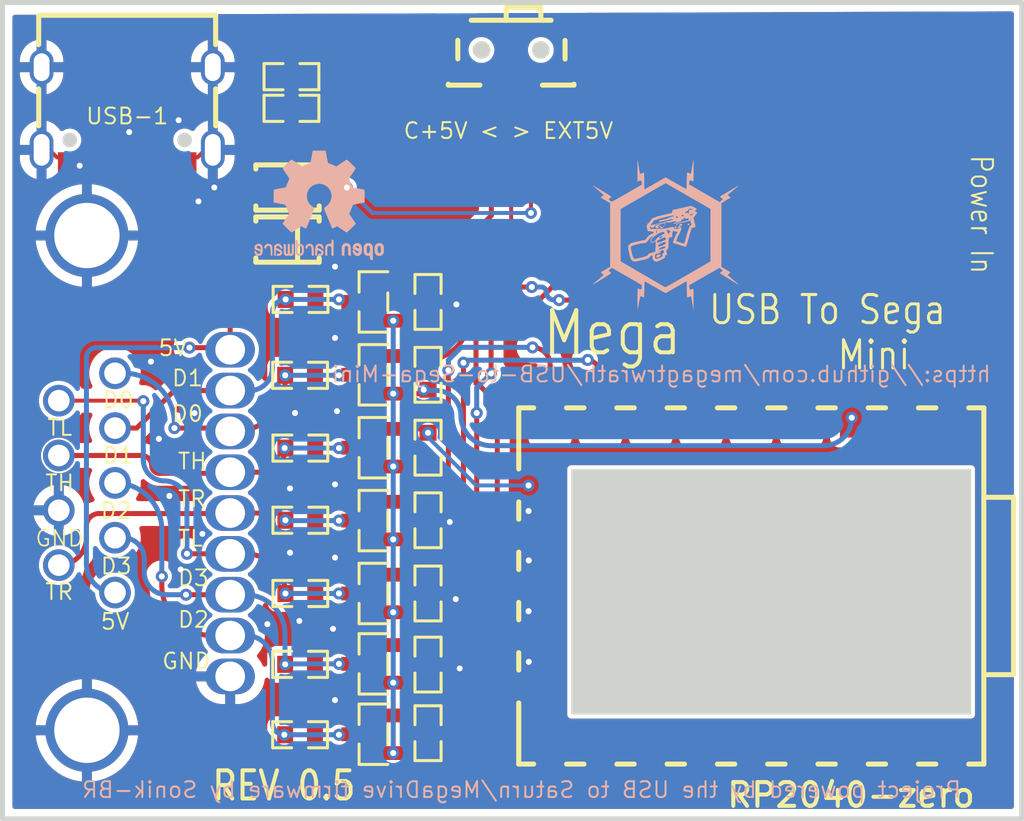
<source format=kicad_pcb>
(kicad_pcb (version 20241229) (generator "pcbnew") (generator_version "9.0")
  (layers (0 "F.Cu" signal "Top Layer") (2 "B.Cu" signal "Bottom Layer") (13 "F.Paste" user "Top Paste Mask Layer") (15 "B.Paste" user "Bottom Paste Mask Layer") (5 "F.SilkS" user "Top Silkscreen Layer") (7 "B.SilkS" user "Bottom Silkscreen Layer") (1 "F.Mask" user "Top Solder Mask Layer") (3 "B.Mask" user "Bottom Solder Mask Layer") (25 "Edge.Cuts" user "Multi-Layer"))
  (net 0 "")
  (net 1 "LO_D0")
  (net 2 "D0")
  (net 3 "LO_D1")
  (net 4 "D1")
  (net 5 "LO_D2")
  (net 6 "D2")
  (net 7 "LO_D3")
  (net 8 "D3")
  (net 9 "LO_TL")
  (net 10 "TL")
  (net 11 "LO_TR")
  (net 12 "TR")
  (net 13 "LO_TH")
  (net 14 "TH")
  (net 15 "VCC")
  (net 16 "GND")
  (net 17 "C+5V")
  (net 18 "OUT+5V")
  (net 19 "IN+5V")
  (net 20 "PICO+5V")
  (net 21 "CC1")
  (net 22 "CC2")
  (net 23 "EXT5V")
  (footprint "ProPrj_SaturnAdapter_2025-11-23:SOT-23-3_L2.9-W1.3-P1.90-LS2.4-BR" (layer "F.Cu") (at 141.242 105.748)
    (property "Reference" "Q3" (hide yes))
    (property "Value" "")
  )
  (footprint "ProPrj_SaturnAdapter_2025-11-23:R0603" (layer "F.Cu") (at 144 109.413 90)
    (property "Reference" "R7" (hide yes))
    (property "Value" "")
  )
  (footprint "ProPrj_SaturnAdapter_2025-11-23:R0603" (layer "F.Cu") (at 137.1 88.6 180)
    (property "Reference" "R16" (hide yes))
    (property "Value" "")
  )
  (footprint "ProPrj_SaturnAdapter_2025-11-23:R0603" (layer "F.Cu") (at 137.548 109.413 180)
    (property "Reference" "R8" (hide yes))
    (property "Value" "")
  )
  (footprint "ProPrj_SaturnAdapter_2025-11-23:CAP-SMD_L3.2-W1.6" (layer "F.Cu") (at 136.9 92.600114 180)
    (property "Reference" "C2" (hide yes))
    (property "Value" "")
  )
  (footprint "ProPrj_SaturnAdapter_2025-11-23:R0603" (layer "F.Cu") (at 144 113.1135 90)
    (property "Reference" "R14" (hide yes))
    (property "Value" "")
  )
  (footprint "ProPrj_SaturnAdapter_2025-11-23:SOT-23-3_L2.9-W1.3-P1.90-LS2.4-BR" (layer "F.Cu") (at 141.242 109.431)
    (property "Reference" "Q4" (hide yes))
    (property "Value" "")
  )
  (footprint "ProPrj_SaturnAdapter_2025-11-23:SATURN CONNECTOR" (layer "F.Cu") (at 134.003 109.05 90)
    (property "Reference" "U2" (hide yes))
    (property "Value" "")
  )
  (footprint "ProPrj_SaturnAdapter_2025-11-23:R0603" (layer "F.Cu") (at 137.548 113.1135 180)
    (property "Reference" "R13" (hide yes))
    (property "Value" "")
  )
  (footprint "ProPrj_SaturnAdapter_2025-11-23:SOT-23-3_L2.9-W1.3-P1.90-LS2.4-BR" (layer "F.Cu") (at 141.242 98.382)
    (property "Reference" "Q1" (hide yes))
    (property "Value" "")
  )
  (footprint "ProPrj_SaturnAdapter_2025-11-23:R0603" (layer "F.Cu") (at 144 116.706 90)
    (property "Reference" "R12" (hide yes))
    (property "Value" "")
  )
  (footprint "ProPrj_SaturnAdapter_2025-11-23:SOT-23-3_L2.9-W1.3-P1.90-LS2.4-BR" (layer "F.Cu") (at 141.242 102.065)
    (property "Reference" "Q2" (hide yes))
    (property "Value" "")
  )
  (footprint "ProPrj_SaturnAdapter_2025-11-23:R0603" (layer "F.Cu") (at 137.559 98.255 180)
    (property "Reference" "R2" (hide yes))
    (property "Value" "")
  )
  (footprint "ProPrj_SaturnAdapter_2025-11-23:COMM-SMD_RP2040-ZERO" (layer "F.Cu") (at 159.784 112.733 -90)
    (property "Reference" "U3" (hide yes))
    (property "Value" "")
    (fp_poly (pts (xy -5.9 -11.6525) (xy -5.9 8.5475) (xy 6.5 8.5475) (xy 6.5 -11.6525)) (fill yes) (layer "Edge.Cuts"))
  )
  (footprint "ProPrj_SaturnAdapter_2025-11-23:R0603" (layer "F.Cu") (at 137.5345 116.6945 180)
    (property "Reference" "R11" (hide yes))
    (property "Value" "")
  )
  (footprint "ProPrj_SaturnAdapter_2025-11-23:DSUB-TH_FDB0901-M0DB300K6KF" (layer "F.Cu") (at 126.764 107.526 -90)
    (property "Reference" "CN1" (hide yes))
    (property "Value" "")
  )
  (footprint "ProPrj_SaturnAdapter_2025-11-23:R0603" (layer "F.Cu") (at 144 102.065 90)
    (property "Reference" "R3" (hide yes))
    (property "Value" "")
  )
  (footprint "ProPrj_SaturnAdapter_2025-11-23:CAP-SMD_L3.2-W1.6" (layer "F.Cu") (at 136.8995 95.2315 180)
    (property "Reference" "C1" (hide yes))
    (property "Value" "")
  )
  (footprint "ProPrj_SaturnAdapter_2025-11-23:SOT-23-3_L2.9-W1.3-P1.90-LS2.4-BR" (layer "F.Cu") (at 141.242 120.226)
    (property "Reference" "Q5" (hide yes))
    (property "Value" "")
  )
  (footprint "ProPrj_SaturnAdapter_2025-11-23:SOT-23-3_L2.9-W1.3-P1.90-LS2.4-BR" (layer "F.Cu") (at 141.242 116.67)
    (property "Reference" "Q6" (hide yes))
    (property "Value" "")
  )
  (footprint "ProPrj_SaturnAdapter_2025-11-23:R0603" (layer "F.Cu") (at 137.548 105.767 180)
    (property "Reference" "R6" (hide yes))
    (property "Value" "")
  )
  (footprint "ProPrj_SaturnAdapter_2025-11-23:USB-C_SMD-TYPE-C-31-M-12_1" (layer "F.Cu") (at 128.8 88.9945 180)
    (property "Reference" "USB-1")
    (property "Value" "Val**" (hide yes))
    (fp_poly (pts (xy 3.271792 -1.254447) (xy 3.246455 -1.349006) (xy 3.197508 -1.433786) (xy 3.128286 -1.503008) (xy 3.043506 -1.551955) (xy 2.948947 -1.577292) (xy 2.851053 -1.577292) (xy 2.756494 -1.551955) (xy 2.671714 -1.503008) (xy 2.602492 -1.433786) (xy 2.553545 -1.349006) (xy 2.528208 -1.254447) (xy 2.528208 -1.156553) (xy 2.553545 -1.061994) (xy 2.602492 -0.977214) (xy 2.671714 -0.907992) (xy 2.756494 -0.859045) (xy 2.851053 -0.833708) (xy 2.948947 -0.833708) (xy 3.043506 -0.859045) (xy 3.128286 -0.907992) (xy 3.197508 -0.977214) (xy 3.246455 -1.061994) (xy 3.271792 -1.156553)) (fill yes) (layer "Edge.Cuts"))
    (fp_poly (pts (xy -2.528208 -1.254447) (xy -2.553545 -1.349006) (xy -2.602492 -1.433786) (xy -2.671714 -1.503008) (xy -2.756494 -1.551955) (xy -2.851053 -1.577292) (xy -2.948947 -1.577292) (xy -3.043506 -1.551955) (xy -3.128286 -1.503008) (xy -3.197508 -1.433786) (xy -3.246455 -1.349006) (xy -3.271792 -1.254447) (xy -3.271792 -1.156553) (xy -3.246455 -1.061994) (xy -3.197508 -0.977214) (xy -3.128286 -0.907992) (xy -3.043506 -0.859045) (xy -2.948947 -0.833708) (xy -2.851053 -0.833708) (xy -2.756494 -0.859045) (xy -2.671714 -0.907992) (xy -2.602492 -0.977214) (xy -2.553545 -1.061994) (xy -2.528208 -1.156553)) (fill yes) (layer "Edge.Cuts"))
  )
  (footprint "ProPrj_SaturnAdapter_2025-11-23:R0603" (layer "F.Cu") (at 144 105.7465 90)
    (property "Reference" "R5" (hide yes))
    (property "Value" "")
  )
  (footprint "ProPrj_SaturnAdapter_2025-11-23:R0603" (layer "F.Cu") (at 137.1 87 180)
    (property "Reference" "R15" (hide yes))
    (property "Value" "")
  )
  (footprint "ProPrj_SaturnAdapter_2025-11-23:R0603" (layer "F.Cu") (at 137.5345 120.2505 180)
    (property "Reference" "R9" (hide yes))
    (property "Value" "")
  )
  (footprint "ProPrj_SaturnAdapter_2025-11-23:SOT-23-3_L2.9-W1.3-P1.90-LS2.4-BR" (layer "F.Cu") (at 141.242 113.114)
    (property "Reference" "Q7" (hide yes))
    (property "Value" "")
  )
  (footprint "ProPrj_SaturnAdapter_2025-11-23:SW-SMD_MSK12CO2" (layer "F.Cu") (at 148.2 86 180)
    (property "Reference" "SW1" (hide yes))
    (property "Value" "")
    (fp_poly (pts (xy 1.94615 0.291263) (xy 1.915746 0.177792) (xy 1.857009 0.076057) (xy 1.773943 -0.007009) (xy 1.672208 -0.065746) (xy 1.558737 -0.09615) (xy 1.441263 -0.09615) (xy 1.327792 -0.065746) (xy 1.226057 -0.007009) (xy 1.142991 0.076057) (xy 1.084254 0.177792) (xy 1.05385 0.291263) (xy 1.05385 0.408737) (xy 1.084254 0.522208) (xy 1.142991 0.623943) (xy 1.226057 0.707009) (xy 1.327792 0.765746) (xy 1.441263 0.79615) (xy 1.558737 0.79615) (xy 1.672208 0.765746) (xy 1.773943 0.707009) (xy 1.857009 0.623943) (xy 1.915746 0.522208) (xy 1.94615 0.408737)) (fill yes) (layer "Edge.Cuts"))
    (fp_poly (pts (xy -1.05385 0.291263) (xy -1.084254 0.177792) (xy -1.142991 0.076057) (xy -1.226057 -0.007009) (xy -1.327792 -0.065746) (xy -1.441263 -0.09615) (xy -1.558737 -0.09615) (xy -1.672208 -0.065746) (xy -1.773943 -0.007009) (xy -1.857009 0.076057) (xy -1.915746 0.177792) (xy -1.94615 0.291263) (xy -1.94615 0.408737) (xy -1.915746 0.522208) (xy -1.857009 0.623943) (xy -1.773943 0.707009) (xy -1.672208 0.765746) (xy -1.558737 0.79615) (xy -1.441263 0.79615) (xy -1.327792 0.765746) (xy -1.226057 0.707009) (xy -1.142991 0.623943) (xy -1.084254 0.522208) (xy -1.05385 0.408737)) (fill yes) (layer "Edge.Cuts"))
  )
  (footprint "ProPrj_SaturnAdapter_2025-11-23:R0603" (layer "F.Cu") (at 144 120.1715 90)
    (property "Reference" "R10" (hide yes))
    (property "Value" "")
  )
  (footprint "ProPrj_SaturnAdapter_2025-11-23:R0603" (layer "F.Cu") (at 137.5345 102.0895 180)
    (property "Reference" "R4" (hide yes))
    (property "Value" "")
  )
  (footprint "ProPrj_SaturnAdapter_2025-11-23:R0603" (layer "F.Cu") (at 144 98.382 90)
    (property "Reference" "R1" (hide yes))
    (property "Value" "")
  )
  (footprint "ProPrj_SaturnAdapter_2025-11-23:Logo" (layer "B.Cu") (at 156 95 180)
    (property "Reference" "G***" (hide yes))
    (property "Value" "LOGO" (hide yes))
  )
  (footprint "Symbol:OSHW-Logo2_7.3x6mm_SilkScreen" (layer "B.Cu") (at 138.5 93.5 180)
    (property "Reference" "REF**" (hide yes))
    (property "Value" "OSHW-Logo2_7.3x6mm_SilkScreen" (hide yes))
  )
  (gr_rect (start 122.5 83.25325) (end 174 124.5) (stroke (width 0.254)) (fill no) (layer "Edge.Cuts"))
  (gr_text "RP2040-zero" (at 159 124 0) (layer "F.SilkS") (effects (font (size 1.2 1.219) (thickness 0.203)) (justify left bottom)))
  (gr_text "D2" (at 127.4 109.4 0) (layer "F.SilkS") (effects (font (size 0.8 0.8) (thickness 0.1)) (justify left bottom)))
  (gr_text "D2" (at 131.3 114.9 0) (layer "F.SilkS") (effects (font (size 0.8 0.8) (thickness 0.1)) (justify left bottom)))
  (gr_text "D3" (at 127.4 112.2 0) (layer "F.SilkS") (effects (font (size 0.8 0.8) (thickness 0.1)) (justify left bottom)))
  (gr_text "Mega" (at 149.7 101.2 0) (layer "F.SilkS") (effects (font (size 2.1335 1.829) (thickness 0.203)) (justify left bottom)))
  (gr_text "USB To Sega\n       Mini" (at 158.1 101.9 0) (layer "F.SilkS") (effects (font (size 1.4225 1.219) (thickness 0.152375)) (justify left bottom)))
  (gr_text "D1" (at 127.5 106.6 0) (layer "F.SilkS") (effects (font (size 0.8 0.8) (thickness 0.1015)) (justify left bottom)))
  (gr_text "D0" (at 127.5 103.8 0) (layer "F.SilkS") (effects (font (size 0.8 0.8) (thickness 0.1)) (justify left bottom)))
  (gr_text "D3" (at 131.3 112.8 0) (layer "F.SilkS") (effects (font (size 0.8 0.8) (thickness 0.1)) (justify left bottom)))
  (gr_text "5V" (at 130.32 101.176 0) (layer "F.SilkS") (effects (font (size 0.8 0.8) (thickness 0.1)) (justify left bottom)))
  (gr_text "D1" (at 131 102.7 0) (layer "F.SilkS") (effects (font (size 0.8 0.8) (thickness 0.1)) (justify left bottom)))
  (gr_text "TR" (at 124.6 113.5 0) (layer "F.SilkS") (effects (font (size 0.8 0.8) (thickness 0.1)) (justify left bottom)))
  (gr_text "C+5V < > EXT5V" (at 142.7 90.2 0) (layer "F.SilkS") (effects (font (size 0.8 0.8) (thickness 0.1)) (justify left bottom)))
  (gr_text "D0" (at 131 104.5 0) (layer "F.SilkS") (effects (font (size 0.8 0.8) (thickness 0.1)) (justify left bottom)))
  (gr_text "TH" (at 124.6 108 0) (layer "F.SilkS") (effects (font (size 0.8 0.8) (thickness 0.1)) (justify left bottom)))
  (gr_text "TR" (at 131.3 108.8 0) (layer "F.SilkS") (effects (font (size 0.8 0.8) (thickness 0.1015)) (justify left bottom)))
  (gr_text "5V" (at 127.4 115 0) (layer "F.SilkS") (effects (font (size 0.8 0.8) (thickness 0.1)) (justify left bottom)))
  (gr_text "TL" (at 131.3 110.8 0) (layer "F.SilkS") (effects (font (size 0.8 0.8) (thickness 0.1)) (justify left bottom)))
  (gr_text "REV 0.5" (at 132.987 123.655 0) (layer "F.SilkS") (effects (font (size 1.4225 1.219) (thickness 0.203)) (justify left bottom)))
  (gr_text "TL" (at 124.7 105.2 0) (layer "F.SilkS") (effects (font (size 0.8 0.8) (thickness 0.1)) (justify left bottom)))
  (gr_text "GND" (at 124.1 110.8 0) (layer "F.SilkS") (effects (font (size 0.8 0.8) (thickness 0.085) (bold yes)) (justify left bottom)))
  (gr_text "TH" (at 131.3 106.9 0) (layer "F.SilkS") (effects (font (size 0.8 0.8) (thickness 0.1)) (justify left bottom)))
  (gr_text "Power In" (at 171.341 90.889 -90) (layer "F.SilkS") (effects (font (size 1.067 0.9145) (thickness 0.1015)) (justify left bottom)))
  (gr_text "GND" (at 130.5 117 0) (layer "F.SilkS") (effects (font (size 0.8 0.8) (thickness 0.1)) (justify left bottom)))
  (gr_text "Project powered by the USB to Saturn/MegaDrive firmware by Sonik-BR" (at 171 123.5 0) (layer "B.SilkS") (effects (font (size 0.8 0.8) (thickness 0.1)) (justify left bottom mirror)))
  (gr_text "https://github.com/megagtrwrath/USB-to-Sega-Mini" (at 172.5 102.5 0) (layer "B.SilkS") (effects (font (size 0.8 0.8) (thickness 0.1)) (justify left bottom mirror)))
  (segment (start 146.9325 98.2795) (end 149.6205 98.2795) (width 0.254) (layer "F.Cu") (net 1))
  (segment (start 161.3 97) (end 162.869 98.569) (width 0.254) (layer "F.Cu") (net 1))
  (segment (start 149.6205 98.2795) (end 150.9 97) (width 0.254) (layer "F.Cu") (net 1))
  (segment (start 143.782 101.3115) (end 143.9005 101.3115) (width 0.254) (layer "F.Cu") (net 1))
  (segment (start 150.9 97) (end 161.3 97) (width 0.254) (layer "F.Cu") (net 1))
  (segment (start 142.242 101.115) (end 143.5855 101.115) (width 0.254) (layer "F.Cu") (net 1))
  (segment (start 162.869 98.569) (end 162.869 104.233) (width 0.254) (layer "F.Cu") (net 1))
  (arc (start 146.068 99.144) (mid 146.321206 98.532706) (end 146.9325 98.2795) (width 0.254) (layer "F.Cu") (net 1))
  (arc (start 143.9005 101.3115) (mid 145.433154 100.676654) (end 146.068 99.144) (width 0.254) (layer "F.Cu") (net 1))
  (arc (start 143.5855 101.115) (mid 143.724446 101.172554) (end 143.782 101.3115) (width 0.254) (layer "F.Cu") (net 1))
  (segment (start 139.5245 102.065) (end 139.5 102.0895) (width 0.2) (layer "F.Cu") (net 2))
  (segment (start 131.1845 104.7565) (end 133.8355 104.7565) (width 0.254) (layer "F.Cu") (net 2))
  (segment (start 140.242 102.065) (end 139.5245 102.065) (width 0.2) (layer "F.Cu") (net 2))
  (segment (start 134.003 104.924) (end 134.241 104.924) (width 0.254) (layer "F.Cu") (net 2))
  (segment (start 136.781 102.384) (end 136.781 102.0895) (width 0.254) (layer "F.Cu") (net 2))
  (via (at 136.781 102.0895) (size 0.61) (drill 0.305) (layers "F.Cu" "B.Cu") (net 2))
  (via (at 131.1845 104.7565) (size 0.61) (drill 0.305) (layers "F.Cu" "B.Cu") (net 2))
  (via (at 139.5 102.0895) (size 0.61) (drill 0.305) (layers "F.Cu" "B.Cu") (net 2))
  (arc (start 133.8355 104.7565) (mid 133.95394 104.80556) (end 134.003 104.924) (width 0.254) (layer "F.Cu") (net 2))
  (arc (start 134.241 104.924) (mid 136.037051 104.180051) (end 136.781 102.384) (width 0.254) (layer "F.Cu") (net 2))
  (segment (start 139.5 102.0895) (end 136.781 102.0895) (width 0.254) (layer "B.Cu") (net 2))
  (segment (start 131.1845 104.526) (end 131.1845 104.7565) (width 0.254) (layer "B.Cu") (net 2))
  (segment (start 128.184 101.986) (end 128.6445 101.986) (width 0.254) (layer "B.Cu") (net 2))
  (arc (start 128.6445 101.986) (mid 130.440551 102.729949) (end 131.1845 104.526) (width 0.254) (layer "B.Cu") (net 2))
  (segment (start 143.782 97.6285) (end 149.243 97.6285) (width 0.254) (layer "F.Cu") (net 3))
  (segment (start 160.329 100.829) (end 160.329 104.233) (width 0.254) (layer "F.Cu") (net 3))
  (segment (start 150.62 98.289) (end 157.789 98.289) (width 0.254) (layer "F.Cu") (net 3))
  (segment (start 142.242 97.432) (end 143.5855 97.432) (width 0.254) (layer "F.Cu") (net 3))
  (via (at 149.243 97.6285) (size 0.61) (drill 0.305) (layers "F.Cu" "B.Cu") (net 3))
  (via (at 150.62 98.289) (size 0.61) (drill 0.305) (layers "F.Cu" "B.Cu") (net 3))
  (arc (start 143.5855 97.432) (mid 143.724446 97.489554) (end 143.782 97.6285) (width 0.254) (layer "F.Cu") (net 3))
  (arc (start 157.789 98.289) (mid 159.585051 99.032949) (end 160.329 100.829) (width 0.254) (layer "F.Cu") (net 3))
  (segment (start 150.6155 98.2795) (end 150.3615 98.2795) (width 0.254) (layer "B.Cu") (net 3))
  (segment (start 150.62 98.289) (end 150.6245 98.289) (width 0.254) (layer "B.Cu") (net 3))
  (segment (start 149.7105 97.6285) (end 149.243 97.6285) (width 0.254) (layer "B.Cu") (net 3))
  (arc (start 150.6245 98.289) (mid 150.617782 98.286218) (end 150.6155 98.2795) (width 0.254) (layer "B.Cu") (net 3))
  (arc (start 150.3615 98.2795) (mid 150.092092 98.167908) (end 149.9805 97.8985) (width 0.254) (layer "B.Cu") (net 3))
  (arc (start 149.9805 97.8985) (mid 149.901419 97.707581) (end 149.7105 97.6285) (width 0.254) (layer "B.Cu") (net 3))
  (segment (start 140.115 98.255) (end 140.242 98.382) (width 0.254) (layer "F.Cu") (net 4))
  (segment (start 128.184 104.756) (end 129.28 104.756) (width 0.254) (layer "F.Cu") (net 4))
  (segment (start 131.174999 102.861001) (end 134.003 102.861) (width 0.254) (layer "F.Cu") (net 4))
  (segment (start 129.28 104.756) (end 131.174999 102.861001) (width 0.254) (layer "F.Cu") (net 4))
  (segment (start 139.5 98.255) (end 140.115 98.255) (width 0.254) (layer "F.Cu") (net 4))
  (via (at 139.5 98.255) (size 0.61) (drill 0.305) (layers "F.Cu" "B.Cu") (net 4))
  (via (at 136.8055 98.255) (size 0.61) (drill 0.305) (layers "F.Cu" "B.Cu") (net 4))
  (segment (start 136.1375 101.7085) (end 136.1375 98.9235) (width 0.254) (layer "B.Cu") (net 4))
  (segment (start 134.003 102.861) (end 134.985 102.861) (width 0.254) (layer "B.Cu") (net 4))
  (segment (start 139.5 98.255) (end 136.8055 98.255) (width 0.254) (layer "B.Cu") (net 4))
  (arc (start 136.1375 98.9235) (mid 136.333153 98.451153) (end 136.8055 98.255) (width 0.254) (layer "B.Cu") (net 4))
  (arc (start 134.985 102.861) (mid 135.799941 102.523441) (end 136.1375 101.7085) (width 0.254) (layer "B.Cu") (net 4))
  (segment (start 157.789 101.473) (end 157.789 104.233) (width 0.254) (layer "F.Cu") (net 5))
  (segment (start 155.249 98.933) (end 147.491 98.933) (width 0.254) (layer "F.Cu") (net 5))
  (segment (start 144.9005 119.3615) (end 143.7965 119.3615) (width 0.254) (layer "F.Cu") (net 5))
  (segment (start 147.5 116.762) (end 144.9005 119.3615) (width 0.254) (layer "F.Cu") (net 5))
  (segment (start 143.5975 119.276) (end 142.115 119.276) (width 0.254) (layer "F.Cu") (net 5))
  (segment (start 146.5 102.5) (end 147.5 103.5) (width 0.254) (layer "F.Cu") (net 5))
  (segment (start 147.5 103.5) (end 147.5 116.762) (width 0.254) (layer "F.Cu") (net 5))
  (segment (start 146.4245 102.5) (end 146.5 102.5) (width 0.254) (layer "F.Cu") (net 5))
  (segment (start 146.4245 99.9995) (end 146.4245 102.5) (width 0.254) (layer "F.Cu") (net 5))
  (arc (start 143.7965 119.3615) (mid 143.756548 119.378548) (end 143.74 119.4185) (width 0.254) (layer "F.Cu") (net 5))
  (arc (start 157.789 101.473) (mid 157.045051 99.676949) (end 155.249 98.933) (width 0.254) (layer "F.Cu") (net 5))
  (arc (start 143.74 119.4185) (mid 143.698263 119.317737) (end 143.5975 119.276) (width 0.254) (layer "F.Cu") (net 5))
  (arc (start 147.491 98.933) (mid 146.736871 99.245371) (end 146.4245 99.9995) (width 0.254) (layer "F.Cu") (net 5))
  (segment (start 130.5495 112.699) (end 130.5495 112.2495) (width 0.254) (layer "F.Cu") (net 6))
  (segment (start 140.2175 120.2505) (end 140.242 120.226) (width 0.254) (layer "F.Cu") (net 6))
  (segment (start 139.5 120.2505) (end 140.2175 120.2505) (width 0.254) (layer "F.Cu") (net 6))
  (segment (start 134.003 115.239) (end 133.0895 115.239) (width 0.254) (layer "F.Cu") (net 6))
  (via (at 139.5 120.2505) (size 0.61) (drill 0.305) (layers "F.Cu" "B.Cu") (net 6))
  (via (at 136.7395 120.2505) (size 0.61) (drill 0.305) (layers "F.Cu" "B.Cu") (net 6))
  (via (at 130.5495 112.2495) (size 0.61) (drill 0.305) (layers "F.Cu" "B.Cu") (net 6))
  (arc (start 133.0895 115.239) (mid 131.293449 114.495051) (end 130.5495 112.699) (width 0.254) (layer "F.Cu") (net 6))
  (segment (start 136.1375 116.5675) (end 136.1375 119.6485) (width 0.254) (layer "B.Cu") (net 6))
  (segment (start 130.5495 109.8915) (end 130.5495 112.2495) (width 0.254) (layer "B.Cu") (net 6))
  (segment (start 139.5 120.2505) (end 136.7395 120.2505) (width 0.254) (layer "B.Cu") (net 6))
  (segment (start 134.003 115.239) (end 134.8085 115.239) (width 0.254) (layer "B.Cu") (net 6))
  (arc (start 128.184 107.526) (mid 129.856661 108.218839) (end 130.5495 109.8915) (width 0.254) (layer "B.Cu") (net 6))
  (arc (start 136.1375 119.6485) (mid 136.313822 120.074178) (end 136.7395 120.2505) (width 0.254) (layer "B.Cu") (net 6))
  (arc (start 134.8085 115.239) (mid 135.747891 115.628109) (end 136.1375 116.5675) (width 0.254) (layer "B.Cu") (net 6))
  (segment (start 143.74 115.9525) (end 143.9195 115.9525) (width 0.254) (layer "F.Cu") (net 7))
  (segment (start 147.8265 99.5385) (end 154.233 99.5385) (width 0.254) (layer "F.Cu") (net 7))
  (segment (start 147.1865 102) (end 147.1865 100.179) (width 0.254) (layer "F.Cu") (net 7))
  (segment (start 142.115 115.72) (end 143.507 115.72) (width 0.254) (layer "F.Cu") (net 7))
  (segment (start 155.249 100.5545) (end 155.249 104.233) (width 0.254) (layer "F.Cu") (net 7))
  (segment (start 146.4595 113.4125) (end 146.4595 103.9945) (width 0.254) (layer "F.Cu") (net 7))
  (via (at 147.1865 102) (size 0.6) (drill 0.3) (layers "F.Cu" "B.Cu") (net 7))
  (via (at 146.4595 103.9945) (size 0.61) (drill 0.305) (layers "F.Cu" "B.Cu") (net 7))
  (arc (start 143.9195 115.9525) (mid 145.715551 115.208551) (end 146.4595 113.4125) (width 0.254) (layer "F.Cu") (net 7))
  (arc (start 154.233 99.5385) (mid 154.95142 99.83608) (end 155.249 100.5545) (width 0.254) (layer "F.Cu") (net 7))
  (arc (start 147.1865 100.179) (mid 147.373952 99.726452) (end 147.8265 99.5385) (width 0.254) (layer "F.Cu") (net 7))
  (arc (start 143.507 115.72) (mid 143.671402 115.788098) (end 143.74 115.9525) (width 0.254) (layer "F.Cu") (net 7))
  (segment (start 146.4595 102.727) (end 147.1865 102) (width 0.254) (layer "B.Cu") (net 7))
  (segment (start 146.4595 103.9945) (end 146.4595 102.727) (width 0.254) (layer "B.Cu") (net 7))
  (segment (start 139.5 116.67) (end 140.242 116.67) (width 0.254) (layer "F.Cu") (net 8))
  (segment (start 131.772 113.176) (end 134.003 113.176) (width 0.254) (layer "F.Cu") (net 8))
  (via (at 139.5 116.67) (size 0.61) (drill 0.305) (layers "F.Cu" "B.Cu") (net 8))
  (via (at 131.772 113.176) (size 0.61) (drill 0.305) (layers "F.Cu" "B.Cu") (net 8))
  (via (at 136.781 116.6945) (size 0.61) (drill 0.305) (layers "F.Cu" "B.Cu") (net 8))
  (segment (start 139.5 116.67) (end 136.8055 116.67) (width 0.254) (layer "B.Cu") (net 8))
  (segment (start 128.184 110.296) (end 128.596 110.296) (width 0.254) (layer "B.Cu") (net 8))
  (segment (start 134.003 113.176) (end 134.778 113.176) (width 0.254) (layer "B.Cu") (net 8))
  (segment (start 129.6605 111.3605) (end 129.6605 112.033) (width 0.254) (layer "B.Cu") (net 8))
  (segment (start 136.7725 115.1705) (end 136.7725 116.686) (width 0.254) (layer "B.Cu") (net 8))
  (segment (start 130.8035 113.176) (end 131.772 113.176) (width 0.254) (layer "B.Cu") (net 8))
  (arc (start 134.778 113.176) (mid 136.188324 113.760176) (end 136.7725 115.1705) (width 0.254) (layer "B.Cu") (net 8))
  (arc (start 136.8055 116.67) (mid 136.788176 116.677176) (end 136.781 116.6945) (width 0.254) (layer "B.Cu") (net 8))
  (arc (start 128.596 110.296) (mid 129.348715 110.607785) (end 129.6605 111.3605) (width 0.254) (layer "B.Cu") (net 8))
  (arc (start 129.6605 112.033) (mid 129.995277 112.841223) (end 130.8035 113.176) (width 0.254) (layer "B.Cu") (net 8))
  (arc (start 136.7725 116.686) (mid 136.77499 116.69201) (end 136.781 116.6945) (width 0.254) (layer "B.Cu") (net 8))
  (segment (start 145.7895 110.3105) (end 145.7895 101.4545) (width 0.254) (layer "F.Cu") (net 9))
  (segment (start 142.115 112.164) (end 143.544 112.164) (width 0.254) (layer "F.Cu") (net 9))
  (segment (start 152.709 102.074) (end 152.709 104.233) (width 0.254) (layer "F.Cu") (net 9))
  (via (at 145.7895 101.4545) (size 0.61) (drill 0.305) (layers "F.Cu" "B.Cu") (net 9))
  (via (at 152.074 101.312) (size 0.61) (drill 0.305) (layers "F.Cu" "B.Cu") (net 9))
  (arc (start 143.74 112.36) (mid 145.189215 111.759715) (end 145.7895 110.3105) (width 0.254) (layer "F.Cu") (net 9))
  (arc (start 152.074 101.312) (mid 152.534487 101.573905) (end 152.709 102.074) (width 0.254) (layer "F.Cu") (net 9))
  (arc (start 143.544 112.164) (mid 143.682593 112.221407) (end 143.74 112.36) (width 0.254) (layer "F.Cu") (net 9))
  (segment (start 145.9165 101.3275) (end 151.8045 101.3275) (width 0.254) (layer "B.Cu") (net 9))
  (segment (start 151.8045 101.3275) (end 151.9315 101.4545) (width 0.254) (layer "B.Cu") (net 9))
  (segment (start 145.7895 101.4545) (end 145.9165 101.3275) (width 0.254) (layer "B.Cu") (net 9))
  (arc (start 151.9315 101.4545) (mid 152.032263 101.412763) (end 152.074 101.312) (width 0.254) (layer "B.Cu") (net 9))
  (segment (start 140.2415 113.1135) (end 140.242 113.114) (width 0.254) (layer "F.Cu") (net 10))
  (segment (start 125.344 103.371) (end 129.588 103.371) (width 0.2) (layer "F.Cu") (net 10))
  (segment (start 134.003 111.113) (end 134.7945 111.113) (width 0.254) (layer "F.Cu") (net 10))
  (segment (start 139.5 113.1135) (end 140.2415 113.1135) (width 0.254) (layer "F.Cu") (net 10))
  (segment (start 129.588 103.371) (end 129.614 103.397) (width 0.2) (layer "F.Cu") (net 10))
  (segment (start 131.8195 111.1065) (end 133.9965 111.1065) (width 0.254) (layer "F.Cu") (net 10))
  (via (at 131.8195 111.1065) (size 0.61) (drill 0.305) (layers "F.Cu" "B.Cu") (net 10))
  (via (at 139.5 113.1135) (size 0.61) (drill 0.305) (layers "F.Cu" "B.Cu") (net 10))
  (via (at 136.795 113.1135) (size 0.61) (drill 0.305) (layers "F.Cu" "B.Cu") (net 10))
  (via (at 129.614 103.397) (size 0.61) (drill 0.305) (layers "F.Cu" "B.Cu") (net 10))
  (arc (start 133.9965 111.1065) (mid 134.001096 111.108404) (end 134.003 111.113) (width 0.254) (layer "F.Cu") (net 10))
  (arc (start 134.7945 111.113) (mid 136.209067 111.698933) (end 136.795 113.1135) (width 0.254) (layer "F.Cu") (net 10))
  (segment (start 131.8195 108.5665) (end 131.8195 111.1065) (width 0.254) (layer "B.Cu") (net 10))
  (segment (start 136.795 113.1135) (end 139.5 113.1135) (width 0.254) (layer "B.Cu") (net 10))
  (segment (start 129.614 106.3615) (end 129.614 103.397) (width 0.254) (layer "B.Cu") (net 10))
  (arc (start 130.6765 107.4235) (mid 131.484723 107.758277) (end 131.8195 108.5665) (width 0.254) (layer "B.Cu") (net 10))
  (arc (start 129.614 106.3615) (mid 129.925199 107.112801) (end 130.6765 107.4235) (width 0.254) (layer "B.Cu") (net 10))
  (segment (start 145.0275 107.3725) (end 145.0275 101.8355) (width 0.254) (layer "F.Cu") (net 11))
  (segment (start 142.242 108.481) (end 143.561 108.481) (width 0.254) (layer "F.Cu") (net 11))
  (segment (start 150.169 101.566) (end 150.169 104.233) (width 0.254) (layer "F.Cu") (net 11))
  (via (at 149.28 100.677) (size 0.61) (drill 0.305) (layers "F.Cu" "B.Cu") (net 11))
  (via (at 145.0275 101.8355) (size 0.61) (drill 0.305) (layers "F.Cu" "B.Cu") (net 11))
  (arc (start 143.74 108.66) (mid 144.6504 108.2829) (end 145.0275 107.3725) (width 0.254) (layer "F.Cu") (net 11))
  (arc (start 149.28 100.677) (mid 149.908618 100.937382) (end 150.169 101.566) (width 0.254) (layer "F.Cu") (net 11))
  (arc (start 143.561 108.481) (mid 143.687572 108.533428) (end 143.74 108.66) (width 0.254) (layer "F.Cu") (net 11))
  (segment (start 145.671802 100.677) (end 149.28 100.677) (width 0.254) (layer "B.Cu") (net 11))
  (segment (start 145.671802 100.677) (end 145.0275 101.321302) (width 0.254) (layer "B.Cu") (net 11))
  (segment (start 145.0275 101.321302) (end 145.0275 101.8355) (width 0.254) (layer "B.Cu") (net 11))
  (segment (start 127.3745 109.0745) (end 133.9785 109.0745) (width 0.254) (layer "F.Cu") (net 12))
  (segment (start 134.003 109.05) (end 136.4315 109.05) (width 0.254) (layer "F.Cu") (net 12))
  (segment (start 139.5 109.431) (end 140.242 109.431) (width 0.254) (layer "F.Cu") (net 12))
  (segment (start 126.7395 110.2855) (end 126.7395 109.7095) (width 0.254) (layer "F.Cu") (net 12))
  (via (at 136.795 109.413) (size 0.61) (drill 0.305) (layers "F.Cu" "B.Cu") (net 12))
  (via (at 139.5 109.431) (size 0.61) (drill 0.305) (layers "F.Cu" "B.Cu") (net 12))
  (arc (start 125.344 111.681) (mid 126.330768 111.272268) (end 126.7395 110.2855) (width 0.254) (layer "F.Cu") (net 12))
  (arc (start 133.9785 109.0745) (mid 133.995824 109.067324) (end 134.003 109.05) (width 0.254) (layer "F.Cu") (net 12))
  (arc (start 126.7395 109.7095) (mid 126.925487 109.260487) (end 127.3745 109.0745) (width 0.254) (layer "F.Cu") (net 12))
  (arc (start 136.4315 109.05) (mid 136.68818 109.15632) (end 136.795 109.413) (width 0.254) (layer "F.Cu") (net 12))
  (segment (start 136.813 109.431) (end 136.795 109.413) (width 0.254) (layer "B.Cu") (net 12))
  (segment (start 139.5 109.431) (end 136.813 109.431) (width 0.254) (layer "B.Cu") (net 12))
  (arc (start 136.8125 109.431) (mid 136.799772 109.425728) (end 136.795 109.413) (width 0.254) (layer "B.Cu") (net 12))
  (segment (start 143.9985 104.9945) (end 143.909 104.9945) (width 0.254) (layer "F.Cu") (net 13))
  (segment (start 144 104.993) (end 143.926111 104.919111) (width 0.254) (layer "F.Cu") (net 13))
  (segment (start 144 104.993) (end 143.9985 104.9945) (width 0.254) (layer "F.Cu") (net 13))
  (segment (start 143.5855 104.798) (end 142.242 104.798) (width 0.254) (layer "F.Cu") (net 13))
  (segment (start 143.926111 104.919111) (end 143.767504 104.919111) (width 0.254) (layer "F.Cu") (net 13))
  (via (at 149.079 107.653) (size 0.61) (drill 0.305) (layers "F.Cu" "B.Cu") (net 13))
  (via (at 144 104.993) (size 0.61) (drill 0.305) (layers "F.Cu" "B.Cu") (net 13))
  (arc (start 143.767504 104.919111) (mid 143.694669 104.831116) (end 143.5855 104.798) (width 0.254) (layer "F.Cu") (net 13))
  (segment (start 144 105.2125) (end 146.4405 107.653) (width 0.2) (layer "B.Cu") (net 13))
  (segment (start 144 104.993) (end 144 105.2125) (width 0.2) (layer "B.Cu") (net 13))
  (segment (start 146.4405 107.653) (end 149.079 107.653) (width 0.2) (layer "B.Cu") (net 13))
  (segment (start 139.5 105.767) (end 140.223 105.767) (width 0.254) (layer "F.Cu") (net 14))
  (segment (start 125.344 106.141) (end 129.5205 106.141) (width 0.254) (layer "F.Cu") (net 14))
  (segment (start 134.003 106.987) (end 135.5745 106.987) (width 0.254) (layer "F.Cu") (net 14))
  (segment (start 140.223 105.767) (end 140.242 105.748) (width 0.254) (layer "F.Cu") (net 14))
  (segment (start 130.4225 107.0425) (end 133.9475 107.0425) (width 0.254) (layer "F.Cu") (net 14))
  (via (at 136.753 105.767) (size 0.61) (drill 0.305) (layers "F.Cu" "B.Cu") (net 14))
  (via (at 139.5 105.767) (size 0.61) (drill 0.305) (layers "F.Cu" "B.Cu") (net 14))
  (arc (start 129.5205 106.141) (mid 129.888549 106.293451) (end 130.0415 106.6615) (width 0.254) (layer "F.Cu") (net 14))
  (arc (start 130.0415 106.6615) (mid 130.153092 106.930908) (end 130.4225 107.0425) (width 0.254) (layer "F.Cu") (net 14))
  (arc (start 133.9475 107.0425) (mid 133.986744 107.026244) (end 134.003 106.987) (width 0.254) (layer "F.Cu") (net 14))
  (arc (start 135.5745 106.987) (mid 136.43717 106.62967) (end 136.795 105.767) (width 0.254) (layer "F.Cu") (net 14))
  (segment (start 139.5 105.767) (end 136.753 105.767) (width 0.254) (layer "B.Cu") (net 14))
  (segment (start 142.242 110.381) (end 143.5255 110.381) (width 0.254) (layer "F.Cu") (net 15))
  (segment (start 142.242 99.332) (end 143.5855 99.332) (width 0.254) (layer "F.Cu") (net 15))
  (segment (start 142.242 117.62) (end 143.5795 117.62) (width 0.254) (layer "F.Cu") (net 15))
  (segment (start 142.242 114.064) (end 143.543 114.064) (width 0.254) (layer "F.Cu") (net 15))
  (segment (start 142.242 121.176) (end 143.489 121.176) (width 0.254) (layer "F.Cu") (net 15))
  (segment (start 142.242 106.698) (end 143.5855 106.698) (width 0.254) (layer "F.Cu") (net 15))
  (segment (start 142.242 103.015) (end 143.5855 103.015) (width 0.254) (layer "F.Cu") (net 15))
  (via (at 142.242 121.176) (size 0.61) (drill 0.305) (layers "F.Cu" "B.Cu") (net 15))
  (via (at 142.242 99.332) (size 0.61) (drill 0.305) (layers "F.Cu" "B.Cu") (net 15))
  (via (at 142.242 103.015) (size 0.61) (drill 0.305) (layers "F.Cu" "B.Cu") (net 15))
  (via (at 142.242 114.064) (size 0.61) (drill 0.305) (layers "F.Cu" "B.Cu") (net 15))
  (via (at 143.782 102.8185) (size 0.61) (drill 0.305) (layers "F.Cu" "B.Cu") (net 15))
  (via (at 142.242 110.381) (size 0.61) (drill 0.305) (layers "F.Cu" "B.Cu") (net 15))
  (via (at 142.242 117.62) (size 0.61) (drill 0.305) (layers "F.Cu" "B.Cu") (net 15))
  (via (at 165.409 104.233) (size 0.61) (drill 0.305) (layers "F.Cu" "B.Cu") (net 15))
  (via (at 142.242 106.698) (size 0.61) (drill 0.305) (layers "F.Cu" "B.Cu") (net 15))
  (arc (start 143.5855 103.015) (mid 143.724446 102.957446) (end 143.782 102.8185) (width 0.254) (layer "F.Cu") (net 15))
  (arc (start 143.5855 106.698) (mid 143.724446 106.640446) (end 143.782 106.5015) (width 0.254) (layer "F.Cu") (net 15))
  (arc (start 143.489 121.176) (mid 143.666484 121.102484) (end 143.74 120.925) (width 0.254) (layer "F.Cu") (net 15))
  (arc (start 143.5255 110.381) (mid 143.677174 110.318174) (end 143.74 110.1665) (width 0.254) (layer "F.Cu") (net 15))
  (arc (start 143.543 114.064) (mid 143.6823 114.0063) (end 143.74 113.867) (width 0.254) (layer "F.Cu") (net 15))
  (arc (start 143.5795 117.62) (mid 143.692991 117.572991) (end 143.74 117.4595) (width 0.254) (layer "F.Cu") (net 15))
  (arc (start 143.5855 99.332) (mid 143.724446 99.274446) (end 143.782 99.1355) (width 0.254) (layer "F.Cu") (net 15))
  (segment (start 142.242 117.62) (end 142.242 114.064) (width 0.254) (layer "B.Cu") (net 15))
  (segment (start 163.9965 105.6455) (end 147.1865 105.6455) (width 0.254) (layer "B.Cu") (net 15))
  (segment (start 142.242 121.176) (end 142.242 117.62) (width 0.254) (layer "B.Cu") (net 15))
  (segment (start 142.242 110.381) (end 142.242 106.698) (width 0.254) (layer "B.Cu") (net 15))
  (segment (start 142.242 114.064) (end 142.242 110.381) (width 0.254) (layer "B.Cu") (net 15))
  (segment (start 144.3925 102.8515) (end 143.8845 102.8515) (width 0.254) (layer "B.Cu") (net 15))
  (segment (start 142.242 106.698) (end 142.242 103.015) (width 0.254) (layer "B.Cu") (net 15))
  (segment (start 142.242 103.015) (end 142.242 99.332) (width 0.254) (layer "B.Cu") (net 15))
  (arc (start 165.409 104.233) (mid 164.995288 105.231788) (end 163.9965 105.6455) (width 0.254) (layer "B.Cu") (net 15))
  (arc (start 147.1865 105.6455) (mid 146.108869 105.199131) (end 145.6625 104.1215) (width 0.254) (layer "B.Cu") (net 15))
  (arc (start 145.6625 104.1215) (mid 145.290526 103.223474) (end 144.3925 102.8515) (width 0.254) (layer "B.Cu") (net 15))
  (segment (start 125.6 91.07175) (end 125.2435 91.07175) (width 0.2) (layer "F.Cu") (net 16))
  (segment (start 132 91.07175) (end 132.3565 91.07175) (width 0.2) (layer "F.Cu") (net 16))
  (segment (start 132.3565 91.07175) (end 133.125 90.30325) (width 0.2) (layer "F.Cu") (net 16))
  (segment (start 125.2435 91.07175) (end 124.475 90.30325) (width 0.2) (layer "F.Cu") (net 16))
  (via (at 139.4 103.9) (size 0.6) (drill 0.3) (layers "F.Cu" "B.Cu") (net 16))
  (via (at 130.9305 108.1855) (size 0.61) (drill 0.305) (layers "F.Cu" "B.Cu") (net 16))
  (via (at 139.3 100.2) (size 0.6) (drill 0.3) (layers "F.Cu" "B.Cu") (net 16))
  (via (at 145.433 98.509) (size 0.61) (drill 0.305) (layers "F.Cu" "B.Cu") (net 16))
  (via (at 132.6 110.1) (size 0.6) (drill 0.3) (layers "F.Cu" "B.Cu") (net 16))
  (via (at 139.2 114.9) (size 0.6) (drill 0.3) (layers "F.Cu" "B.Cu") (net 16))
  (via (at 131.5 111.9) (size 0.6) (drill 0.3) (layers "F.Cu" "B.Cu") (net 16))
  (via (at 130 101.4) (size 0.61) (drill 0.305) (layers "F.Cu" "B.Cu") (net 16))
  (via (at 149.079 108.9485) (size 0.61) (drill 0.305) (layers "F.Cu" "B.Cu") (net 16))
  (via (at 137.5 114.5) (size 0.6) (drill 0.3) (layers "F.Cu" "B.Cu") (net 16))
  (via (at 139.3 96.6) (size 0.6) (drill 0.3) (layers "F.Cu" "B.Cu") (net 16))
  (via (at 145.6 116.9) (size 0.6) (drill 0.3) (layers "F.Cu" "B.Cu") (net 16))
  (via (at 133.2 92.6) (size 0.6) (drill 0.3) (layers "F.Cu" "B.Cu") (net 16))
  (via (at 145.1 109.5) (size 0.6) (drill 0.3) (layers "F.Cu" "B.Cu") (net 16))
  (via (at 135.8835 114.6625) (size 0.61) (drill 0.305) (layers "F.Cu" "B.Cu") (net 16))
  (via (at 149.0915 116.5675) (size 0.61) (drill 0.305) (layers "F.Cu" "B.Cu") (net 16))
  (via (at 130.4 105.3) (size 0.61) (drill 0.305) (layers "F.Cu" "B.Cu") (net 16))
  (via (at 131.4 89.2) (size 0.6) (drill 0.3) (layers "F.Cu" "B.Cu") (net 16))
  (via (at 139.3 118.5) (size 0.6) (drill 0.3) (layers "F.Cu" "B.Cu") (net 16))
  (via (at 137.0265 107.8045) (size 0.61) (drill 0.305) (layers "F.Cu" "B.Cu") (net 16))
  (via (at 137.2805 103.9945) (size 0.61) (drill 0.305) (layers "F.Cu" "B.Cu") (net 16))
  (via (at 139.3 111.3) (size 0.6) (drill 0.3) (layers "F.Cu" "B.Cu") (net 16))
  (via (at 132.2 104) (size 0.6) (drill 0.3) (layers "F.Cu" "B.Cu") (net 16))
  (via (at 137.0265 111.0505) (size 0.61) (drill 0.305) (layers "F.Cu" "B.Cu") (net 16))
  (via (at 128.9 89.8) (size 0.6) (drill 0.3) (layers "F.Cu" "B.Cu") (net 16))
  (via (at 149.079 114.008) (size 0.61) (drill 0.305) (layers "F.Cu" "B.Cu") (net 16))
  (via (at 139.3 107.6) (size 0.6) (drill 0.3) (layers "F.Cu" "B.Cu") (net 16))
  (via (at 149.0915 111.4425) (size 0.61) (drill 0.305) (layers "F.Cu" "B.Cu") (net 16))
  (via (at 145.4 113.4) (size 0.6) (drill 0.3) (layers "F.Cu" "B.Cu") (net 16))
  (segment (start 138.2495 95.2315) (end 145.9855 95.2315) (width 0.254) (layer "F.Cu") (net 17))
  (segment (start 147.2 94.017) (end 147.2 88.55) (width 0.254) (layer "F.Cu") (net 17))
  (segment (start 138.2875 116.6945) (end 138.2875 120.2505) (width 0.254) (layer "F.Cu") (net 17))
  (segment (start 147.2 87.45) (end 147.2 88.55) (width 0.2) (layer "F.Cu") (net 17))
  (segment (start 138.2875 102.0895) (end 138.2875 116.6945) (width 0.254) (layer "F.Cu") (net 17))
  (segment (start 145.9855 95.2315) (end 147.2 94.017) (width 0.254) (layer "F.Cu") (net 17))
  (segment (start 138.2875 95.27) (end 138.2875 102.0895) (width 0.254) (layer "F.Cu") (net 17))
  (arc (start 138.2495 95.2315) (mid 138.276724 95.242776) (end 138.2875 95.27) (width 0.254) (layer "F.Cu") (net 17))
  (segment (start 131.38825 92.31175) (end 131.2 92.1235) (width 0.2) (layer "F.Cu") (net 18))
  (segment (start 131.38825 92.31175) (end 132.3765 93.3) (width 0.2) (layer "F.Cu") (net 18))
  (segment (start 126.3995 91.4685) (end 126.3995 91.5) (width 0.2) (layer "F.Cu") (net 18))
  (segment (start 131.3805 92.3195) (end 131.38825 92.31175) (width 0.2) (layer "F.Cu") (net 18))
  (segment (start 132.4 93.3) (end 132.3765 93.3) (width 0.2) (layer "F.Cu") (net 18))
  (segment (start 135.55 92.600114) (end 134.850114 93.3) (width 0.2) (layer "F.Cu") (net 18))
  (segment (start 131.2 92.1235) (end 131.2 91.4685) (width 0.2) (layer "F.Cu") (net 18))
  (segment (start 134.850114 93.3) (end 132.4 93.3) (width 0.2) (layer "F.Cu") (net 18))
  (via (at 126.3995 91.5) (size 0.6) (drill 0.3) (layers "F.Cu" "B.Cu") (net 18))
  (via (at 132.4 93.3) (size 0.6) (drill 0.3) (layers "F.Cu" "B.Cu") (net 18))
  (segment (start 126.3995 91.5) (end 130.6 91.5) (width 0.2) (layer "B.Cu") (net 18))
  (segment (start 130.6 91.5) (end 132.4 93.3) (width 0.2) (layer "B.Cu") (net 18))
  (segment (start 131.9465 100.6925) (end 133.8975 100.6925) (width 0.254) (layer "F.Cu") (net 19))
  (segment (start 134.003 96.778) (end 134.003 100.798) (width 0.254) (layer "F.Cu") (net 19))
  (via (at 131.9465 100.6925) (size 0.61) (drill 0.305) (layers "F.Cu" "B.Cu") (net 19))
  (arc (start 135.5495 95.2315) (mid 134.455959 95.684459) (end 134.003 96.778) (width 0.254) (layer "F.Cu") (net 19))
  (arc (start 133.8975 100.6925) (mid 133.9721 100.7234) (end 134.003 100.798) (width 0.254) (layer "F.Cu") (net 19))
  (segment (start 126.7395 111.6215) (end 126.7395 101.2005) (width 0.254) (layer "B.Cu") (net 19))
  (segment (start 127.2475 100.6925) (end 131.9465 100.6925) (width 0.254) (layer "B.Cu") (net 19))
  (arc (start 128.184 113.066) (mid 127.162584 112.642916) (end 126.7395 111.6215) (width 0.254) (layer "B.Cu") (net 19))
  (arc (start 126.7395 101.2005) (mid 126.88829 100.84129) (end 127.2475 100.6925) (width 0.254) (layer "B.Cu") (net 19))
  (segment (start 149.892 96.4) (end 167.9 96.4) (width 0.2) (layer "F.Cu") (net 20))
  (segment (start 148.2 87.45) (end 148.2 94.708) (width 0.2) (layer "F.Cu") (net 20))
  (segment (start 148.2 94.708) (end 149.892 96.4) (width 0.2) (layer "F.Cu") (net 20))
  (segment (start 170.489 98.989) (end 170.489 104.233) (width 0.2) (layer "F.Cu") (net 20))
  (segment (start 167.9 96.4) (end 170.489 98.989) (width 0.2) (layer "F.Cu") (net 20))
  (segment (start 130.05 89.45) (end 130.9 88.6) (width 0.2) (layer "F.Cu") (net 21))
  (segment (start 130.05 91.07175) (end 130.05 89.45) (width 0.2) (layer "F.Cu") (net 21))
  (segment (start 130.9 88.6) (end 136.3465 88.6) (width 0.2) (layer "F.Cu") (net 21))
  (segment (start 127.05 91.07175) (end 127.05 90.22175) (width 0.2) (layer "F.Cu") (net 22))
  (segment (start 135.1475 88.199) (end 136.3465 87) (width 0.2) (layer "F.Cu") (net 22))
  (segment (start 129.07275 88.199) (end 135.1475 88.199) (width 0.2) (layer "F.Cu") (net 22))
  (segment (start 127.05 90.22175) (end 129.07275 88.199) (width 0.2) (layer "F.Cu") (net 22))
  (segment (start 138.25 92.600114) (end 139.899886 92.600114) (width 0.2) (layer "F.Cu") (net 23))
  (segment (start 139.899886 92.600114) (end 139.9 92.6) (width 0.2) (layer "F.Cu") (net 23))
  (segment (start 149.2 87.45) (end 149.2 93.8875) (width 0.2) (layer "F.Cu") (net 23))
  (via (at 149.2 93.8875) (size 0.6) (drill 0.3) (layers "F.Cu" "B.Cu") (net 23))
  (via (at 139.9 92.6) (size 0.6) (drill 0.3) (layers "F.Cu" "B.Cu") (net 23))
  (segment (start 149.2 93.8875) (end 141.1875 93.8875) (width 0.2) (layer "B.Cu") (net 23))
  (segment (start 141.1875 93.8875) (end 139.9 92.6) (width 0.2) (layer "B.Cu") (net 23))
  (zone (net 16) (net_name "GND") (layer "F.Cu") (connect_pads (clearance 0.5)) (min_thickness 0.25) (fill yes (thermal_gap 0.5) (thermal_bridge_width 0.5))
    (polygon (pts (xy 123 83.8775) (xy 173.6 83.7) (xy 173.6 124) (xy 123 124)))
  )
  (zone (net 16) (net_name "GND") (layer "B.Cu") (priority 1) (connect_pads (clearance 0)) (min_thickness 0.25) (fill yes (thermal_gap 0.5) (thermal_bridge_width 0.5))
    (polygon (pts (xy 123 83.8775) (xy 123 124) (xy 173.6 124) (xy 173.6 83.7)))
  )
)
</source>
